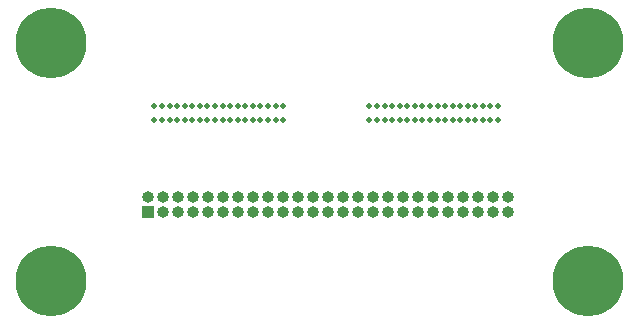
<source format=gbr>
%TF.GenerationSoftware,KiCad,Pcbnew,(6.0.4)*%
%TF.CreationDate,2022-04-14T15:14:52-05:00*%
%TF.ProjectId,Pancake_Wireless_EMG,50616e63-616b-4655-9f57-6972656c6573,rev?*%
%TF.SameCoordinates,Original*%
%TF.FileFunction,Soldermask,Bot*%
%TF.FilePolarity,Negative*%
%FSLAX46Y46*%
G04 Gerber Fmt 4.6, Leading zero omitted, Abs format (unit mm)*
G04 Created by KiCad (PCBNEW (6.0.4)) date 2022-04-14 15:14:52*
%MOMM*%
%LPD*%
G01*
G04 APERTURE LIST*
%ADD10C,0.508000*%
%ADD11C,6.000000*%
%ADD12O,1.000000X1.000000*%
%ADD13R,1.000000X1.000000*%
G04 APERTURE END LIST*
D10*
%TO.C,U2*%
X156900000Y-87145000D03*
X156260000Y-87145000D03*
X155620000Y-87145000D03*
X154980000Y-87145000D03*
X154340000Y-87145000D03*
X153700000Y-87145000D03*
X153060000Y-87145000D03*
X152420000Y-87145000D03*
X152420000Y-88282289D03*
X153060000Y-88282289D03*
X153700000Y-88282289D03*
X154340000Y-88282289D03*
X154980000Y-88282289D03*
X155620000Y-88282289D03*
X156260000Y-88282289D03*
X156900000Y-88282289D03*
X157540000Y-88282289D03*
X158180000Y-88282289D03*
X158820000Y-88282289D03*
X159460000Y-88282289D03*
X160100000Y-88282289D03*
X160740000Y-88282289D03*
X161380000Y-88282289D03*
X162020000Y-88282289D03*
X162020000Y-87145000D03*
X161380000Y-87145000D03*
X160740000Y-87145000D03*
X160100000Y-87145000D03*
X159460000Y-87145000D03*
X158820000Y-87145000D03*
X158180000Y-87145000D03*
X157540000Y-87145000D03*
X151745153Y-87145000D03*
X151745153Y-88282289D03*
X162660000Y-88282289D03*
X162660000Y-87145000D03*
%TD*%
%TO.C,U1*%
X138700000Y-87145000D03*
X138060000Y-87145000D03*
X137420000Y-87145000D03*
X136780000Y-87145000D03*
X136140000Y-87145000D03*
X135500000Y-87145000D03*
X134860000Y-87145000D03*
X134220000Y-87145000D03*
X134220000Y-88282289D03*
X134860000Y-88282289D03*
X135500000Y-88282289D03*
X136140000Y-88282289D03*
X136780000Y-88282289D03*
X137420000Y-88282289D03*
X138060000Y-88282289D03*
X138700000Y-88282289D03*
X139340000Y-88282289D03*
X139980000Y-88282289D03*
X140620000Y-88282289D03*
X141260000Y-88282289D03*
X141900000Y-88282289D03*
X142540000Y-88282289D03*
X143180000Y-88282289D03*
X143820000Y-88282289D03*
X143820000Y-87145000D03*
X143180000Y-87145000D03*
X142540000Y-87145000D03*
X141900000Y-87145000D03*
X141260000Y-87145000D03*
X140620000Y-87145000D03*
X139980000Y-87145000D03*
X139340000Y-87145000D03*
X133545153Y-87145000D03*
X133545153Y-88282289D03*
X144460000Y-88282289D03*
X144460000Y-87145000D03*
%TD*%
D11*
%TO.C,H4*%
X170240000Y-81780000D03*
%TD*%
%TO.C,H3*%
X170240000Y-101930000D03*
%TD*%
%TO.C,H2*%
X124780000Y-101930000D03*
%TD*%
%TO.C,H1*%
X124780000Y-81780000D03*
%TD*%
D12*
%TO.C,J1*%
X163520000Y-94805000D03*
X163520000Y-96075000D03*
X162250000Y-94805000D03*
X162250000Y-96075000D03*
X160980000Y-94805000D03*
X160980000Y-96075000D03*
X159710000Y-94805000D03*
X159710000Y-96075000D03*
X158440000Y-94805000D03*
X158440000Y-96075000D03*
X157170000Y-94805000D03*
X157170000Y-96075000D03*
X155900000Y-94805000D03*
X155900000Y-96075000D03*
X154630000Y-94805000D03*
X154630000Y-96075000D03*
X153360000Y-94805000D03*
X153360000Y-96075000D03*
X152090000Y-94805000D03*
X152090000Y-96075000D03*
X150820000Y-94805000D03*
X150820000Y-96075000D03*
X149550000Y-94805000D03*
X149550000Y-96075000D03*
X148280000Y-94805000D03*
X148280000Y-96075000D03*
X147010000Y-94805000D03*
X147010000Y-96075000D03*
X145740000Y-94805000D03*
X145740000Y-96075000D03*
X144470000Y-94805000D03*
X144470000Y-96075000D03*
X143200000Y-94805000D03*
X143200000Y-96075000D03*
X141930000Y-94805000D03*
X141930000Y-96075000D03*
X140660000Y-94805000D03*
X140660000Y-96075000D03*
X139390000Y-94805000D03*
X139390000Y-96075000D03*
X138120000Y-94805000D03*
X138120000Y-96075000D03*
X136850000Y-94805000D03*
X136850000Y-96075000D03*
X135580000Y-94805000D03*
X135580000Y-96075000D03*
X134310000Y-94805000D03*
X134310000Y-96075000D03*
X133040000Y-94805000D03*
D13*
X133040000Y-96075000D03*
%TD*%
M02*

</source>
